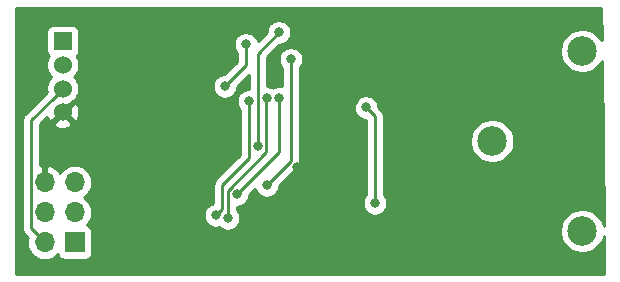
<source format=gbr>
G04 #@! TF.GenerationSoftware,KiCad,Pcbnew,(5.1.0)-1*
G04 #@! TF.CreationDate,2019-03-23T20:55:25-04:00*
G04 #@! TF.ProjectId,current_sense,63757272-656e-4745-9f73-656e73652e6b,rev?*
G04 #@! TF.SameCoordinates,Original*
G04 #@! TF.FileFunction,Copper,L2,Bot*
G04 #@! TF.FilePolarity,Positive*
%FSLAX46Y46*%
G04 Gerber Fmt 4.6, Leading zero omitted, Abs format (unit mm)*
G04 Created by KiCad (PCBNEW (5.1.0)-1) date 2019-03-23 20:55:25*
%MOMM*%
%LPD*%
G04 APERTURE LIST*
%ADD10C,2.500000*%
%ADD11O,1.700000X1.700000*%
%ADD12R,1.700000X1.700000*%
%ADD13C,1.524000*%
%ADD14R,1.524000X1.524000*%
%ADD15C,0.800000*%
%ADD16C,0.250000*%
%ADD17C,0.254000*%
G04 APERTURE END LIST*
D10*
X145824000Y-57212000D03*
X153444000Y-64832000D03*
X153444000Y-49592000D03*
D11*
X107950000Y-60706000D03*
X110490000Y-60706000D03*
X107950000Y-63246000D03*
X110490000Y-63246000D03*
X107950000Y-65786000D03*
D12*
X110490000Y-65786000D03*
D13*
X109474000Y-54768000D03*
X109474000Y-52768000D03*
X109474000Y-50768000D03*
D14*
X109474000Y-48768000D03*
D15*
X120650000Y-47498000D03*
X125222000Y-47498000D03*
X117602000Y-55118000D03*
X114300000Y-55118000D03*
X131318000Y-51054000D03*
X129290653Y-59440653D03*
X128778000Y-67564000D03*
X140208000Y-62738000D03*
X134366000Y-62484000D03*
X139954000Y-58166000D03*
X130302000Y-53848000D03*
X134112000Y-53848000D03*
X143256000Y-50038000D03*
X123190000Y-52578000D03*
X124968000Y-49022000D03*
X135128000Y-54356000D03*
X135890000Y-62484000D03*
X127762000Y-48006000D03*
X125963998Y-57658000D03*
X128778000Y-50292000D03*
X126746000Y-60960000D03*
X123444000Y-63754000D03*
X126746000Y-53594000D03*
X122428000Y-63500000D03*
X125222000Y-53848000D03*
X124206000Y-61722000D03*
X127762000Y-53594000D03*
D16*
X123190000Y-52578000D02*
X124968000Y-50800000D01*
X124968000Y-50800000D02*
X124968000Y-49022000D01*
X135128000Y-54356000D02*
X135890000Y-55118000D01*
X135890000Y-55118000D02*
X135890000Y-62484000D01*
X108712001Y-53529999D02*
X109474000Y-52768000D01*
X106774999Y-55467001D02*
X108712001Y-53529999D01*
X106774999Y-64610999D02*
X106774999Y-55467001D01*
X107950000Y-65786000D02*
X106774999Y-64610999D01*
X127762000Y-48006000D02*
X125963998Y-49804002D01*
X125963998Y-49804002D02*
X125963998Y-57658000D01*
X128778000Y-50292000D02*
X128778000Y-58928000D01*
X128778000Y-58928000D02*
X126746000Y-60960000D01*
X123444000Y-61410998D02*
X126688998Y-58166000D01*
X123444000Y-63754000D02*
X123444000Y-61410998D01*
X126688998Y-58166000D02*
X126688998Y-53651002D01*
X126688998Y-53651002D02*
X126746000Y-53594000D01*
X122993989Y-62934011D02*
X122993989Y-60902011D01*
X122428000Y-63500000D02*
X122993989Y-62934011D01*
X122993989Y-60902011D02*
X125222000Y-58674000D01*
X125222000Y-58674000D02*
X125222000Y-53848000D01*
X124206000Y-61722000D02*
X127762000Y-58166000D01*
X127762000Y-58166000D02*
X127762000Y-53594000D01*
D17*
G36*
X155099850Y-48677244D02*
G01*
X154908175Y-48390382D01*
X154645618Y-48127825D01*
X154336882Y-47921534D01*
X153993834Y-47779439D01*
X153629656Y-47707000D01*
X153258344Y-47707000D01*
X152894166Y-47779439D01*
X152551118Y-47921534D01*
X152242382Y-48127825D01*
X151979825Y-48390382D01*
X151773534Y-48699118D01*
X151631439Y-49042166D01*
X151559000Y-49406344D01*
X151559000Y-49777656D01*
X151631439Y-50141834D01*
X151773534Y-50484882D01*
X151979825Y-50793618D01*
X152242382Y-51056175D01*
X152551118Y-51262466D01*
X152894166Y-51404561D01*
X153258344Y-51477000D01*
X153629656Y-51477000D01*
X153993834Y-51404561D01*
X154336882Y-51262466D01*
X154645618Y-51056175D01*
X154908175Y-50793618D01*
X155114466Y-50484882D01*
X155119792Y-50472023D01*
X155274225Y-64370970D01*
X155256561Y-64282166D01*
X155114466Y-63939118D01*
X154908175Y-63630382D01*
X154645618Y-63367825D01*
X154336882Y-63161534D01*
X153993834Y-63019439D01*
X153629656Y-62947000D01*
X153258344Y-62947000D01*
X152894166Y-63019439D01*
X152551118Y-63161534D01*
X152242382Y-63367825D01*
X151979825Y-63630382D01*
X151773534Y-63939118D01*
X151631439Y-64282166D01*
X151559000Y-64646344D01*
X151559000Y-65017656D01*
X151631439Y-65381834D01*
X151773534Y-65724882D01*
X151979825Y-66033618D01*
X152242382Y-66296175D01*
X152551118Y-66502466D01*
X152894166Y-66644561D01*
X153258344Y-66717000D01*
X153629656Y-66717000D01*
X153993834Y-66644561D01*
X154336882Y-66502466D01*
X154645618Y-66296175D01*
X154908175Y-66033618D01*
X155114466Y-65724882D01*
X155256561Y-65381834D01*
X155283928Y-65244249D01*
X155319581Y-68453000D01*
X105537000Y-68453000D01*
X105537000Y-55467001D01*
X106011323Y-55467001D01*
X106015000Y-55504333D01*
X106014999Y-64573677D01*
X106011323Y-64610999D01*
X106014999Y-64648321D01*
X106014999Y-64648331D01*
X106025996Y-64759984D01*
X106069453Y-64903245D01*
X106140025Y-65035275D01*
X106179870Y-65083825D01*
X106234998Y-65151000D01*
X106264002Y-65174803D01*
X106509203Y-65420004D01*
X106486487Y-65494889D01*
X106457815Y-65786000D01*
X106486487Y-66077111D01*
X106571401Y-66357034D01*
X106709294Y-66615014D01*
X106894866Y-66841134D01*
X107120986Y-67026706D01*
X107378966Y-67164599D01*
X107658889Y-67249513D01*
X107877050Y-67271000D01*
X108022950Y-67271000D01*
X108241111Y-67249513D01*
X108521034Y-67164599D01*
X108779014Y-67026706D01*
X109005134Y-66841134D01*
X109029607Y-66811313D01*
X109050498Y-66880180D01*
X109109463Y-66990494D01*
X109188815Y-67087185D01*
X109285506Y-67166537D01*
X109395820Y-67225502D01*
X109515518Y-67261812D01*
X109640000Y-67274072D01*
X111340000Y-67274072D01*
X111464482Y-67261812D01*
X111584180Y-67225502D01*
X111694494Y-67166537D01*
X111791185Y-67087185D01*
X111870537Y-66990494D01*
X111929502Y-66880180D01*
X111965812Y-66760482D01*
X111978072Y-66636000D01*
X111978072Y-64936000D01*
X111965812Y-64811518D01*
X111929502Y-64691820D01*
X111870537Y-64581506D01*
X111791185Y-64484815D01*
X111694494Y-64405463D01*
X111584180Y-64346498D01*
X111515313Y-64325607D01*
X111545134Y-64301134D01*
X111730706Y-64075014D01*
X111868599Y-63817034D01*
X111953513Y-63537111D01*
X111967208Y-63398061D01*
X121393000Y-63398061D01*
X121393000Y-63601939D01*
X121432774Y-63801898D01*
X121510795Y-63990256D01*
X121624063Y-64159774D01*
X121768226Y-64303937D01*
X121937744Y-64417205D01*
X122126102Y-64495226D01*
X122326061Y-64535000D01*
X122529939Y-64535000D01*
X122722906Y-64496617D01*
X122784226Y-64557937D01*
X122953744Y-64671205D01*
X123142102Y-64749226D01*
X123342061Y-64789000D01*
X123545939Y-64789000D01*
X123745898Y-64749226D01*
X123934256Y-64671205D01*
X124103774Y-64557937D01*
X124247937Y-64413774D01*
X124361205Y-64244256D01*
X124439226Y-64055898D01*
X124479000Y-63855939D01*
X124479000Y-63652061D01*
X124439226Y-63452102D01*
X124361205Y-63263744D01*
X124247937Y-63094226D01*
X124204000Y-63050289D01*
X124204000Y-62757000D01*
X124307939Y-62757000D01*
X124507898Y-62717226D01*
X124696256Y-62639205D01*
X124865774Y-62525937D01*
X125009937Y-62381774D01*
X125123205Y-62212256D01*
X125201226Y-62023898D01*
X125241000Y-61823939D01*
X125241000Y-61761801D01*
X125749136Y-61253665D01*
X125750774Y-61261898D01*
X125828795Y-61450256D01*
X125942063Y-61619774D01*
X126086226Y-61763937D01*
X126255744Y-61877205D01*
X126444102Y-61955226D01*
X126644061Y-61995000D01*
X126847939Y-61995000D01*
X127047898Y-61955226D01*
X127236256Y-61877205D01*
X127405774Y-61763937D01*
X127549937Y-61619774D01*
X127663205Y-61450256D01*
X127741226Y-61261898D01*
X127781000Y-61061939D01*
X127781000Y-60999801D01*
X129289003Y-59491799D01*
X129318001Y-59468001D01*
X129354930Y-59423003D01*
X129412974Y-59352277D01*
X129483546Y-59220247D01*
X129485441Y-59214001D01*
X129527003Y-59076986D01*
X129538000Y-58965333D01*
X129538000Y-58965323D01*
X129541676Y-58928000D01*
X129538000Y-58890677D01*
X129538000Y-54254061D01*
X134093000Y-54254061D01*
X134093000Y-54457939D01*
X134132774Y-54657898D01*
X134210795Y-54846256D01*
X134324063Y-55015774D01*
X134468226Y-55159937D01*
X134637744Y-55273205D01*
X134826102Y-55351226D01*
X135026061Y-55391000D01*
X135088198Y-55391000D01*
X135130000Y-55432802D01*
X135130001Y-61780288D01*
X135086063Y-61824226D01*
X134972795Y-61993744D01*
X134894774Y-62182102D01*
X134855000Y-62382061D01*
X134855000Y-62585939D01*
X134894774Y-62785898D01*
X134972795Y-62974256D01*
X135086063Y-63143774D01*
X135230226Y-63287937D01*
X135399744Y-63401205D01*
X135588102Y-63479226D01*
X135788061Y-63519000D01*
X135991939Y-63519000D01*
X136191898Y-63479226D01*
X136380256Y-63401205D01*
X136549774Y-63287937D01*
X136693937Y-63143774D01*
X136807205Y-62974256D01*
X136885226Y-62785898D01*
X136925000Y-62585939D01*
X136925000Y-62382061D01*
X136885226Y-62182102D01*
X136807205Y-61993744D01*
X136693937Y-61824226D01*
X136650000Y-61780289D01*
X136650000Y-57026344D01*
X143939000Y-57026344D01*
X143939000Y-57397656D01*
X144011439Y-57761834D01*
X144153534Y-58104882D01*
X144359825Y-58413618D01*
X144622382Y-58676175D01*
X144931118Y-58882466D01*
X145274166Y-59024561D01*
X145638344Y-59097000D01*
X146009656Y-59097000D01*
X146373834Y-59024561D01*
X146716882Y-58882466D01*
X147025618Y-58676175D01*
X147288175Y-58413618D01*
X147494466Y-58104882D01*
X147636561Y-57761834D01*
X147709000Y-57397656D01*
X147709000Y-57026344D01*
X147636561Y-56662166D01*
X147494466Y-56319118D01*
X147288175Y-56010382D01*
X147025618Y-55747825D01*
X146716882Y-55541534D01*
X146373834Y-55399439D01*
X146009656Y-55327000D01*
X145638344Y-55327000D01*
X145274166Y-55399439D01*
X144931118Y-55541534D01*
X144622382Y-55747825D01*
X144359825Y-56010382D01*
X144153534Y-56319118D01*
X144011439Y-56662166D01*
X143939000Y-57026344D01*
X136650000Y-57026344D01*
X136650000Y-55155325D01*
X136653676Y-55118000D01*
X136650000Y-55080675D01*
X136650000Y-55080667D01*
X136639003Y-54969014D01*
X136595546Y-54825753D01*
X136524974Y-54693724D01*
X136430001Y-54577999D01*
X136401004Y-54554202D01*
X136163000Y-54316198D01*
X136163000Y-54254061D01*
X136123226Y-54054102D01*
X136045205Y-53865744D01*
X135931937Y-53696226D01*
X135787774Y-53552063D01*
X135618256Y-53438795D01*
X135429898Y-53360774D01*
X135229939Y-53321000D01*
X135026061Y-53321000D01*
X134826102Y-53360774D01*
X134637744Y-53438795D01*
X134468226Y-53552063D01*
X134324063Y-53696226D01*
X134210795Y-53865744D01*
X134132774Y-54054102D01*
X134093000Y-54254061D01*
X129538000Y-54254061D01*
X129538000Y-50995711D01*
X129581937Y-50951774D01*
X129695205Y-50782256D01*
X129773226Y-50593898D01*
X129813000Y-50393939D01*
X129813000Y-50190061D01*
X129773226Y-49990102D01*
X129695205Y-49801744D01*
X129581937Y-49632226D01*
X129437774Y-49488063D01*
X129268256Y-49374795D01*
X129079898Y-49296774D01*
X128879939Y-49257000D01*
X128676061Y-49257000D01*
X128476102Y-49296774D01*
X128287744Y-49374795D01*
X128118226Y-49488063D01*
X127974063Y-49632226D01*
X127860795Y-49801744D01*
X127782774Y-49990102D01*
X127743000Y-50190061D01*
X127743000Y-50393939D01*
X127782774Y-50593898D01*
X127860795Y-50782256D01*
X127974063Y-50951774D01*
X128018000Y-50995711D01*
X128018000Y-52589644D01*
X127863939Y-52559000D01*
X127660061Y-52559000D01*
X127460102Y-52598774D01*
X127271744Y-52676795D01*
X127254000Y-52688651D01*
X127236256Y-52676795D01*
X127047898Y-52598774D01*
X126847939Y-52559000D01*
X126723998Y-52559000D01*
X126723998Y-50118803D01*
X127801802Y-49041000D01*
X127863939Y-49041000D01*
X128063898Y-49001226D01*
X128252256Y-48923205D01*
X128421774Y-48809937D01*
X128565937Y-48665774D01*
X128679205Y-48496256D01*
X128757226Y-48307898D01*
X128797000Y-48107939D01*
X128797000Y-47904061D01*
X128757226Y-47704102D01*
X128679205Y-47515744D01*
X128565937Y-47346226D01*
X128421774Y-47202063D01*
X128252256Y-47088795D01*
X128063898Y-47010774D01*
X127863939Y-46971000D01*
X127660061Y-46971000D01*
X127460102Y-47010774D01*
X127271744Y-47088795D01*
X127102226Y-47202063D01*
X126958063Y-47346226D01*
X126844795Y-47515744D01*
X126766774Y-47704102D01*
X126727000Y-47904061D01*
X126727000Y-47966198D01*
X125964864Y-48728335D01*
X125963226Y-48720102D01*
X125885205Y-48531744D01*
X125771937Y-48362226D01*
X125627774Y-48218063D01*
X125458256Y-48104795D01*
X125269898Y-48026774D01*
X125069939Y-47987000D01*
X124866061Y-47987000D01*
X124666102Y-48026774D01*
X124477744Y-48104795D01*
X124308226Y-48218063D01*
X124164063Y-48362226D01*
X124050795Y-48531744D01*
X123972774Y-48720102D01*
X123933000Y-48920061D01*
X123933000Y-49123939D01*
X123972774Y-49323898D01*
X124050795Y-49512256D01*
X124164063Y-49681774D01*
X124208001Y-49725712D01*
X124208000Y-50485198D01*
X123150199Y-51543000D01*
X123088061Y-51543000D01*
X122888102Y-51582774D01*
X122699744Y-51660795D01*
X122530226Y-51774063D01*
X122386063Y-51918226D01*
X122272795Y-52087744D01*
X122194774Y-52276102D01*
X122155000Y-52476061D01*
X122155000Y-52679939D01*
X122194774Y-52879898D01*
X122272795Y-53068256D01*
X122386063Y-53237774D01*
X122530226Y-53381937D01*
X122699744Y-53495205D01*
X122888102Y-53573226D01*
X123088061Y-53613000D01*
X123291939Y-53613000D01*
X123491898Y-53573226D01*
X123680256Y-53495205D01*
X123849774Y-53381937D01*
X123993937Y-53237774D01*
X124107205Y-53068256D01*
X124185226Y-52879898D01*
X124225000Y-52679939D01*
X124225000Y-52617801D01*
X125203998Y-51638804D01*
X125203998Y-52813000D01*
X125120061Y-52813000D01*
X124920102Y-52852774D01*
X124731744Y-52930795D01*
X124562226Y-53044063D01*
X124418063Y-53188226D01*
X124304795Y-53357744D01*
X124226774Y-53546102D01*
X124187000Y-53746061D01*
X124187000Y-53949939D01*
X124226774Y-54149898D01*
X124304795Y-54338256D01*
X124418063Y-54507774D01*
X124462001Y-54551712D01*
X124462000Y-58359197D01*
X122482987Y-60338212D01*
X122453989Y-60362010D01*
X122430191Y-60391008D01*
X122430190Y-60391009D01*
X122359015Y-60477735D01*
X122288443Y-60609765D01*
X122244987Y-60753026D01*
X122230313Y-60902011D01*
X122233990Y-60939343D01*
X122233989Y-62483314D01*
X122126102Y-62504774D01*
X121937744Y-62582795D01*
X121768226Y-62696063D01*
X121624063Y-62840226D01*
X121510795Y-63009744D01*
X121432774Y-63198102D01*
X121393000Y-63398061D01*
X111967208Y-63398061D01*
X111982185Y-63246000D01*
X111953513Y-62954889D01*
X111868599Y-62674966D01*
X111730706Y-62416986D01*
X111545134Y-62190866D01*
X111319014Y-62005294D01*
X111264209Y-61976000D01*
X111319014Y-61946706D01*
X111545134Y-61761134D01*
X111730706Y-61535014D01*
X111868599Y-61277034D01*
X111953513Y-60997111D01*
X111982185Y-60706000D01*
X111953513Y-60414889D01*
X111868599Y-60134966D01*
X111730706Y-59876986D01*
X111545134Y-59650866D01*
X111319014Y-59465294D01*
X111061034Y-59327401D01*
X110781111Y-59242487D01*
X110562950Y-59221000D01*
X110417050Y-59221000D01*
X110198889Y-59242487D01*
X109918966Y-59327401D01*
X109660986Y-59465294D01*
X109434866Y-59650866D01*
X109249294Y-59876986D01*
X109218416Y-59934756D01*
X109047588Y-59705731D01*
X108831355Y-59510822D01*
X108581252Y-59361843D01*
X108306891Y-59264519D01*
X108077000Y-59385186D01*
X108077000Y-60579000D01*
X108097000Y-60579000D01*
X108097000Y-60833000D01*
X108077000Y-60833000D01*
X108077000Y-60853000D01*
X107823000Y-60853000D01*
X107823000Y-60833000D01*
X107803000Y-60833000D01*
X107803000Y-60579000D01*
X107823000Y-60579000D01*
X107823000Y-59385186D01*
X107593109Y-59264519D01*
X107534999Y-59285132D01*
X107534999Y-55781802D01*
X107583236Y-55733565D01*
X108688040Y-55733565D01*
X108755020Y-55973656D01*
X109004048Y-56090756D01*
X109271135Y-56157023D01*
X109546017Y-56169910D01*
X109818133Y-56128922D01*
X110077023Y-56035636D01*
X110192980Y-55973656D01*
X110259960Y-55733565D01*
X109474000Y-54947605D01*
X108688040Y-55733565D01*
X107583236Y-55733565D01*
X108137339Y-55179463D01*
X108206364Y-55371023D01*
X108268344Y-55486980D01*
X108508435Y-55553960D01*
X109294395Y-54768000D01*
X109653605Y-54768000D01*
X110439565Y-55553960D01*
X110679656Y-55486980D01*
X110796756Y-55237952D01*
X110863023Y-54970865D01*
X110875910Y-54695983D01*
X110834922Y-54423867D01*
X110741636Y-54164977D01*
X110679656Y-54049020D01*
X110439565Y-53982040D01*
X109653605Y-54768000D01*
X109294395Y-54768000D01*
X109280253Y-54753858D01*
X109459858Y-54574253D01*
X109474000Y-54588395D01*
X110000290Y-54062105D01*
X110135727Y-54006005D01*
X110364535Y-53853120D01*
X110559120Y-53658535D01*
X110712005Y-53429727D01*
X110817314Y-53175490D01*
X110871000Y-52905592D01*
X110871000Y-52630408D01*
X110817314Y-52360510D01*
X110712005Y-52106273D01*
X110559120Y-51877465D01*
X110449655Y-51768000D01*
X110559120Y-51658535D01*
X110712005Y-51429727D01*
X110817314Y-51175490D01*
X110871000Y-50905592D01*
X110871000Y-50630408D01*
X110817314Y-50360510D01*
X110712005Y-50106273D01*
X110649234Y-50012330D01*
X110687185Y-49981185D01*
X110766537Y-49884494D01*
X110825502Y-49774180D01*
X110861812Y-49654482D01*
X110874072Y-49530000D01*
X110874072Y-48006000D01*
X110861812Y-47881518D01*
X110825502Y-47761820D01*
X110766537Y-47651506D01*
X110687185Y-47554815D01*
X110590494Y-47475463D01*
X110480180Y-47416498D01*
X110360482Y-47380188D01*
X110236000Y-47367928D01*
X108712000Y-47367928D01*
X108587518Y-47380188D01*
X108467820Y-47416498D01*
X108357506Y-47475463D01*
X108260815Y-47554815D01*
X108181463Y-47651506D01*
X108122498Y-47761820D01*
X108086188Y-47881518D01*
X108073928Y-48006000D01*
X108073928Y-49530000D01*
X108086188Y-49654482D01*
X108122498Y-49774180D01*
X108181463Y-49884494D01*
X108260815Y-49981185D01*
X108298766Y-50012330D01*
X108235995Y-50106273D01*
X108130686Y-50360510D01*
X108077000Y-50630408D01*
X108077000Y-50905592D01*
X108130686Y-51175490D01*
X108235995Y-51429727D01*
X108388880Y-51658535D01*
X108498345Y-51768000D01*
X108388880Y-51877465D01*
X108235995Y-52106273D01*
X108130686Y-52360510D01*
X108077000Y-52630408D01*
X108077000Y-52905592D01*
X108107628Y-53059569D01*
X106263997Y-54903202D01*
X106234999Y-54927000D01*
X106211201Y-54955998D01*
X106211200Y-54955999D01*
X106140025Y-55042725D01*
X106069453Y-55174755D01*
X106025997Y-55318016D01*
X106011323Y-55467001D01*
X105537000Y-55467001D01*
X105537000Y-45963001D01*
X155069692Y-45963001D01*
X155099850Y-48677244D01*
X155099850Y-48677244D01*
G37*
X155099850Y-48677244D02*
X154908175Y-48390382D01*
X154645618Y-48127825D01*
X154336882Y-47921534D01*
X153993834Y-47779439D01*
X153629656Y-47707000D01*
X153258344Y-47707000D01*
X152894166Y-47779439D01*
X152551118Y-47921534D01*
X152242382Y-48127825D01*
X151979825Y-48390382D01*
X151773534Y-48699118D01*
X151631439Y-49042166D01*
X151559000Y-49406344D01*
X151559000Y-49777656D01*
X151631439Y-50141834D01*
X151773534Y-50484882D01*
X151979825Y-50793618D01*
X152242382Y-51056175D01*
X152551118Y-51262466D01*
X152894166Y-51404561D01*
X153258344Y-51477000D01*
X153629656Y-51477000D01*
X153993834Y-51404561D01*
X154336882Y-51262466D01*
X154645618Y-51056175D01*
X154908175Y-50793618D01*
X155114466Y-50484882D01*
X155119792Y-50472023D01*
X155274225Y-64370970D01*
X155256561Y-64282166D01*
X155114466Y-63939118D01*
X154908175Y-63630382D01*
X154645618Y-63367825D01*
X154336882Y-63161534D01*
X153993834Y-63019439D01*
X153629656Y-62947000D01*
X153258344Y-62947000D01*
X152894166Y-63019439D01*
X152551118Y-63161534D01*
X152242382Y-63367825D01*
X151979825Y-63630382D01*
X151773534Y-63939118D01*
X151631439Y-64282166D01*
X151559000Y-64646344D01*
X151559000Y-65017656D01*
X151631439Y-65381834D01*
X151773534Y-65724882D01*
X151979825Y-66033618D01*
X152242382Y-66296175D01*
X152551118Y-66502466D01*
X152894166Y-66644561D01*
X153258344Y-66717000D01*
X153629656Y-66717000D01*
X153993834Y-66644561D01*
X154336882Y-66502466D01*
X154645618Y-66296175D01*
X154908175Y-66033618D01*
X155114466Y-65724882D01*
X155256561Y-65381834D01*
X155283928Y-65244249D01*
X155319581Y-68453000D01*
X105537000Y-68453000D01*
X105537000Y-55467001D01*
X106011323Y-55467001D01*
X106015000Y-55504333D01*
X106014999Y-64573677D01*
X106011323Y-64610999D01*
X106014999Y-64648321D01*
X106014999Y-64648331D01*
X106025996Y-64759984D01*
X106069453Y-64903245D01*
X106140025Y-65035275D01*
X106179870Y-65083825D01*
X106234998Y-65151000D01*
X106264002Y-65174803D01*
X106509203Y-65420004D01*
X106486487Y-65494889D01*
X106457815Y-65786000D01*
X106486487Y-66077111D01*
X106571401Y-66357034D01*
X106709294Y-66615014D01*
X106894866Y-66841134D01*
X107120986Y-67026706D01*
X107378966Y-67164599D01*
X107658889Y-67249513D01*
X107877050Y-67271000D01*
X108022950Y-67271000D01*
X108241111Y-67249513D01*
X108521034Y-67164599D01*
X108779014Y-67026706D01*
X109005134Y-66841134D01*
X109029607Y-66811313D01*
X109050498Y-66880180D01*
X109109463Y-66990494D01*
X109188815Y-67087185D01*
X109285506Y-67166537D01*
X109395820Y-67225502D01*
X109515518Y-67261812D01*
X109640000Y-67274072D01*
X111340000Y-67274072D01*
X111464482Y-67261812D01*
X111584180Y-67225502D01*
X111694494Y-67166537D01*
X111791185Y-67087185D01*
X111870537Y-66990494D01*
X111929502Y-66880180D01*
X111965812Y-66760482D01*
X111978072Y-66636000D01*
X111978072Y-64936000D01*
X111965812Y-64811518D01*
X111929502Y-64691820D01*
X111870537Y-64581506D01*
X111791185Y-64484815D01*
X111694494Y-64405463D01*
X111584180Y-64346498D01*
X111515313Y-64325607D01*
X111545134Y-64301134D01*
X111730706Y-64075014D01*
X111868599Y-63817034D01*
X111953513Y-63537111D01*
X111967208Y-63398061D01*
X121393000Y-63398061D01*
X121393000Y-63601939D01*
X121432774Y-63801898D01*
X121510795Y-63990256D01*
X121624063Y-64159774D01*
X121768226Y-64303937D01*
X121937744Y-64417205D01*
X122126102Y-64495226D01*
X122326061Y-64535000D01*
X122529939Y-64535000D01*
X122722906Y-64496617D01*
X122784226Y-64557937D01*
X122953744Y-64671205D01*
X123142102Y-64749226D01*
X123342061Y-64789000D01*
X123545939Y-64789000D01*
X123745898Y-64749226D01*
X123934256Y-64671205D01*
X124103774Y-64557937D01*
X124247937Y-64413774D01*
X124361205Y-64244256D01*
X124439226Y-64055898D01*
X124479000Y-63855939D01*
X124479000Y-63652061D01*
X124439226Y-63452102D01*
X124361205Y-63263744D01*
X124247937Y-63094226D01*
X124204000Y-63050289D01*
X124204000Y-62757000D01*
X124307939Y-62757000D01*
X124507898Y-62717226D01*
X124696256Y-62639205D01*
X124865774Y-62525937D01*
X125009937Y-62381774D01*
X125123205Y-62212256D01*
X125201226Y-62023898D01*
X125241000Y-61823939D01*
X125241000Y-61761801D01*
X125749136Y-61253665D01*
X125750774Y-61261898D01*
X125828795Y-61450256D01*
X125942063Y-61619774D01*
X126086226Y-61763937D01*
X126255744Y-61877205D01*
X126444102Y-61955226D01*
X126644061Y-61995000D01*
X126847939Y-61995000D01*
X127047898Y-61955226D01*
X127236256Y-61877205D01*
X127405774Y-61763937D01*
X127549937Y-61619774D01*
X127663205Y-61450256D01*
X127741226Y-61261898D01*
X127781000Y-61061939D01*
X127781000Y-60999801D01*
X129289003Y-59491799D01*
X129318001Y-59468001D01*
X129354930Y-59423003D01*
X129412974Y-59352277D01*
X129483546Y-59220247D01*
X129485441Y-59214001D01*
X129527003Y-59076986D01*
X129538000Y-58965333D01*
X129538000Y-58965323D01*
X129541676Y-58928000D01*
X129538000Y-58890677D01*
X129538000Y-54254061D01*
X134093000Y-54254061D01*
X134093000Y-54457939D01*
X134132774Y-54657898D01*
X134210795Y-54846256D01*
X134324063Y-55015774D01*
X134468226Y-55159937D01*
X134637744Y-55273205D01*
X134826102Y-55351226D01*
X135026061Y-55391000D01*
X135088198Y-55391000D01*
X135130000Y-55432802D01*
X135130001Y-61780288D01*
X135086063Y-61824226D01*
X134972795Y-61993744D01*
X134894774Y-62182102D01*
X134855000Y-62382061D01*
X134855000Y-62585939D01*
X134894774Y-62785898D01*
X134972795Y-62974256D01*
X135086063Y-63143774D01*
X135230226Y-63287937D01*
X135399744Y-63401205D01*
X135588102Y-63479226D01*
X135788061Y-63519000D01*
X135991939Y-63519000D01*
X136191898Y-63479226D01*
X136380256Y-63401205D01*
X136549774Y-63287937D01*
X136693937Y-63143774D01*
X136807205Y-62974256D01*
X136885226Y-62785898D01*
X136925000Y-62585939D01*
X136925000Y-62382061D01*
X136885226Y-62182102D01*
X136807205Y-61993744D01*
X136693937Y-61824226D01*
X136650000Y-61780289D01*
X136650000Y-57026344D01*
X143939000Y-57026344D01*
X143939000Y-57397656D01*
X144011439Y-57761834D01*
X144153534Y-58104882D01*
X144359825Y-58413618D01*
X144622382Y-58676175D01*
X144931118Y-58882466D01*
X145274166Y-59024561D01*
X145638344Y-59097000D01*
X146009656Y-59097000D01*
X146373834Y-59024561D01*
X146716882Y-58882466D01*
X147025618Y-58676175D01*
X147288175Y-58413618D01*
X147494466Y-58104882D01*
X147636561Y-57761834D01*
X147709000Y-57397656D01*
X147709000Y-57026344D01*
X147636561Y-56662166D01*
X147494466Y-56319118D01*
X147288175Y-56010382D01*
X147025618Y-55747825D01*
X146716882Y-55541534D01*
X146373834Y-55399439D01*
X146009656Y-55327000D01*
X145638344Y-55327000D01*
X145274166Y-55399439D01*
X144931118Y-55541534D01*
X144622382Y-55747825D01*
X144359825Y-56010382D01*
X144153534Y-56319118D01*
X144011439Y-56662166D01*
X143939000Y-57026344D01*
X136650000Y-57026344D01*
X136650000Y-55155325D01*
X136653676Y-55118000D01*
X136650000Y-55080675D01*
X136650000Y-55080667D01*
X136639003Y-54969014D01*
X136595546Y-54825753D01*
X136524974Y-54693724D01*
X136430001Y-54577999D01*
X136401004Y-54554202D01*
X136163000Y-54316198D01*
X136163000Y-54254061D01*
X136123226Y-54054102D01*
X136045205Y-53865744D01*
X135931937Y-53696226D01*
X135787774Y-53552063D01*
X135618256Y-53438795D01*
X135429898Y-53360774D01*
X135229939Y-53321000D01*
X135026061Y-53321000D01*
X134826102Y-53360774D01*
X134637744Y-53438795D01*
X134468226Y-53552063D01*
X134324063Y-53696226D01*
X134210795Y-53865744D01*
X134132774Y-54054102D01*
X134093000Y-54254061D01*
X129538000Y-54254061D01*
X129538000Y-50995711D01*
X129581937Y-50951774D01*
X129695205Y-50782256D01*
X129773226Y-50593898D01*
X129813000Y-50393939D01*
X129813000Y-50190061D01*
X129773226Y-49990102D01*
X129695205Y-49801744D01*
X129581937Y-49632226D01*
X129437774Y-49488063D01*
X129268256Y-49374795D01*
X129079898Y-49296774D01*
X128879939Y-49257000D01*
X128676061Y-49257000D01*
X128476102Y-49296774D01*
X128287744Y-49374795D01*
X128118226Y-49488063D01*
X127974063Y-49632226D01*
X127860795Y-49801744D01*
X127782774Y-49990102D01*
X127743000Y-50190061D01*
X127743000Y-50393939D01*
X127782774Y-50593898D01*
X127860795Y-50782256D01*
X127974063Y-50951774D01*
X128018000Y-50995711D01*
X128018000Y-52589644D01*
X127863939Y-52559000D01*
X127660061Y-52559000D01*
X127460102Y-52598774D01*
X127271744Y-52676795D01*
X127254000Y-52688651D01*
X127236256Y-52676795D01*
X127047898Y-52598774D01*
X126847939Y-52559000D01*
X126723998Y-52559000D01*
X126723998Y-50118803D01*
X127801802Y-49041000D01*
X127863939Y-49041000D01*
X128063898Y-49001226D01*
X128252256Y-48923205D01*
X128421774Y-48809937D01*
X128565937Y-48665774D01*
X128679205Y-48496256D01*
X128757226Y-48307898D01*
X128797000Y-48107939D01*
X128797000Y-47904061D01*
X128757226Y-47704102D01*
X128679205Y-47515744D01*
X128565937Y-47346226D01*
X128421774Y-47202063D01*
X128252256Y-47088795D01*
X128063898Y-47010774D01*
X127863939Y-46971000D01*
X127660061Y-46971000D01*
X127460102Y-47010774D01*
X127271744Y-47088795D01*
X127102226Y-47202063D01*
X126958063Y-47346226D01*
X126844795Y-47515744D01*
X126766774Y-47704102D01*
X126727000Y-47904061D01*
X126727000Y-47966198D01*
X125964864Y-48728335D01*
X125963226Y-48720102D01*
X125885205Y-48531744D01*
X125771937Y-48362226D01*
X125627774Y-48218063D01*
X125458256Y-48104795D01*
X125269898Y-48026774D01*
X125069939Y-47987000D01*
X124866061Y-47987000D01*
X124666102Y-48026774D01*
X124477744Y-48104795D01*
X124308226Y-48218063D01*
X124164063Y-48362226D01*
X124050795Y-48531744D01*
X123972774Y-48720102D01*
X123933000Y-48920061D01*
X123933000Y-49123939D01*
X123972774Y-49323898D01*
X124050795Y-49512256D01*
X124164063Y-49681774D01*
X124208001Y-49725712D01*
X124208000Y-50485198D01*
X123150199Y-51543000D01*
X123088061Y-51543000D01*
X122888102Y-51582774D01*
X122699744Y-51660795D01*
X122530226Y-51774063D01*
X122386063Y-51918226D01*
X122272795Y-52087744D01*
X122194774Y-52276102D01*
X122155000Y-52476061D01*
X122155000Y-52679939D01*
X122194774Y-52879898D01*
X122272795Y-53068256D01*
X122386063Y-53237774D01*
X122530226Y-53381937D01*
X122699744Y-53495205D01*
X122888102Y-53573226D01*
X123088061Y-53613000D01*
X123291939Y-53613000D01*
X123491898Y-53573226D01*
X123680256Y-53495205D01*
X123849774Y-53381937D01*
X123993937Y-53237774D01*
X124107205Y-53068256D01*
X124185226Y-52879898D01*
X124225000Y-52679939D01*
X124225000Y-52617801D01*
X125203998Y-51638804D01*
X125203998Y-52813000D01*
X125120061Y-52813000D01*
X124920102Y-52852774D01*
X124731744Y-52930795D01*
X124562226Y-53044063D01*
X124418063Y-53188226D01*
X124304795Y-53357744D01*
X124226774Y-53546102D01*
X124187000Y-53746061D01*
X124187000Y-53949939D01*
X124226774Y-54149898D01*
X124304795Y-54338256D01*
X124418063Y-54507774D01*
X124462001Y-54551712D01*
X124462000Y-58359197D01*
X122482987Y-60338212D01*
X122453989Y-60362010D01*
X122430191Y-60391008D01*
X122430190Y-60391009D01*
X122359015Y-60477735D01*
X122288443Y-60609765D01*
X122244987Y-60753026D01*
X122230313Y-60902011D01*
X122233990Y-60939343D01*
X122233989Y-62483314D01*
X122126102Y-62504774D01*
X121937744Y-62582795D01*
X121768226Y-62696063D01*
X121624063Y-62840226D01*
X121510795Y-63009744D01*
X121432774Y-63198102D01*
X121393000Y-63398061D01*
X111967208Y-63398061D01*
X111982185Y-63246000D01*
X111953513Y-62954889D01*
X111868599Y-62674966D01*
X111730706Y-62416986D01*
X111545134Y-62190866D01*
X111319014Y-62005294D01*
X111264209Y-61976000D01*
X111319014Y-61946706D01*
X111545134Y-61761134D01*
X111730706Y-61535014D01*
X111868599Y-61277034D01*
X111953513Y-60997111D01*
X111982185Y-60706000D01*
X111953513Y-60414889D01*
X111868599Y-60134966D01*
X111730706Y-59876986D01*
X111545134Y-59650866D01*
X111319014Y-59465294D01*
X111061034Y-59327401D01*
X110781111Y-59242487D01*
X110562950Y-59221000D01*
X110417050Y-59221000D01*
X110198889Y-59242487D01*
X109918966Y-59327401D01*
X109660986Y-59465294D01*
X109434866Y-59650866D01*
X109249294Y-59876986D01*
X109218416Y-59934756D01*
X109047588Y-59705731D01*
X108831355Y-59510822D01*
X108581252Y-59361843D01*
X108306891Y-59264519D01*
X108077000Y-59385186D01*
X108077000Y-60579000D01*
X108097000Y-60579000D01*
X108097000Y-60833000D01*
X108077000Y-60833000D01*
X108077000Y-60853000D01*
X107823000Y-60853000D01*
X107823000Y-60833000D01*
X107803000Y-60833000D01*
X107803000Y-60579000D01*
X107823000Y-60579000D01*
X107823000Y-59385186D01*
X107593109Y-59264519D01*
X107534999Y-59285132D01*
X107534999Y-55781802D01*
X107583236Y-55733565D01*
X108688040Y-55733565D01*
X108755020Y-55973656D01*
X109004048Y-56090756D01*
X109271135Y-56157023D01*
X109546017Y-56169910D01*
X109818133Y-56128922D01*
X110077023Y-56035636D01*
X110192980Y-55973656D01*
X110259960Y-55733565D01*
X109474000Y-54947605D01*
X108688040Y-55733565D01*
X107583236Y-55733565D01*
X108137339Y-55179463D01*
X108206364Y-55371023D01*
X108268344Y-55486980D01*
X108508435Y-55553960D01*
X109294395Y-54768000D01*
X109653605Y-54768000D01*
X110439565Y-55553960D01*
X110679656Y-55486980D01*
X110796756Y-55237952D01*
X110863023Y-54970865D01*
X110875910Y-54695983D01*
X110834922Y-54423867D01*
X110741636Y-54164977D01*
X110679656Y-54049020D01*
X110439565Y-53982040D01*
X109653605Y-54768000D01*
X109294395Y-54768000D01*
X109280253Y-54753858D01*
X109459858Y-54574253D01*
X109474000Y-54588395D01*
X110000290Y-54062105D01*
X110135727Y-54006005D01*
X110364535Y-53853120D01*
X110559120Y-53658535D01*
X110712005Y-53429727D01*
X110817314Y-53175490D01*
X110871000Y-52905592D01*
X110871000Y-52630408D01*
X110817314Y-52360510D01*
X110712005Y-52106273D01*
X110559120Y-51877465D01*
X110449655Y-51768000D01*
X110559120Y-51658535D01*
X110712005Y-51429727D01*
X110817314Y-51175490D01*
X110871000Y-50905592D01*
X110871000Y-50630408D01*
X110817314Y-50360510D01*
X110712005Y-50106273D01*
X110649234Y-50012330D01*
X110687185Y-49981185D01*
X110766537Y-49884494D01*
X110825502Y-49774180D01*
X110861812Y-49654482D01*
X110874072Y-49530000D01*
X110874072Y-48006000D01*
X110861812Y-47881518D01*
X110825502Y-47761820D01*
X110766537Y-47651506D01*
X110687185Y-47554815D01*
X110590494Y-47475463D01*
X110480180Y-47416498D01*
X110360482Y-47380188D01*
X110236000Y-47367928D01*
X108712000Y-47367928D01*
X108587518Y-47380188D01*
X108467820Y-47416498D01*
X108357506Y-47475463D01*
X108260815Y-47554815D01*
X108181463Y-47651506D01*
X108122498Y-47761820D01*
X108086188Y-47881518D01*
X108073928Y-48006000D01*
X108073928Y-49530000D01*
X108086188Y-49654482D01*
X108122498Y-49774180D01*
X108181463Y-49884494D01*
X108260815Y-49981185D01*
X108298766Y-50012330D01*
X108235995Y-50106273D01*
X108130686Y-50360510D01*
X108077000Y-50630408D01*
X108077000Y-50905592D01*
X108130686Y-51175490D01*
X108235995Y-51429727D01*
X108388880Y-51658535D01*
X108498345Y-51768000D01*
X108388880Y-51877465D01*
X108235995Y-52106273D01*
X108130686Y-52360510D01*
X108077000Y-52630408D01*
X108077000Y-52905592D01*
X108107628Y-53059569D01*
X106263997Y-54903202D01*
X106234999Y-54927000D01*
X106211201Y-54955998D01*
X106211200Y-54955999D01*
X106140025Y-55042725D01*
X106069453Y-55174755D01*
X106025997Y-55318016D01*
X106011323Y-55467001D01*
X105537000Y-55467001D01*
X105537000Y-45963001D01*
X155069692Y-45963001D01*
X155099850Y-48677244D01*
M02*

</source>
